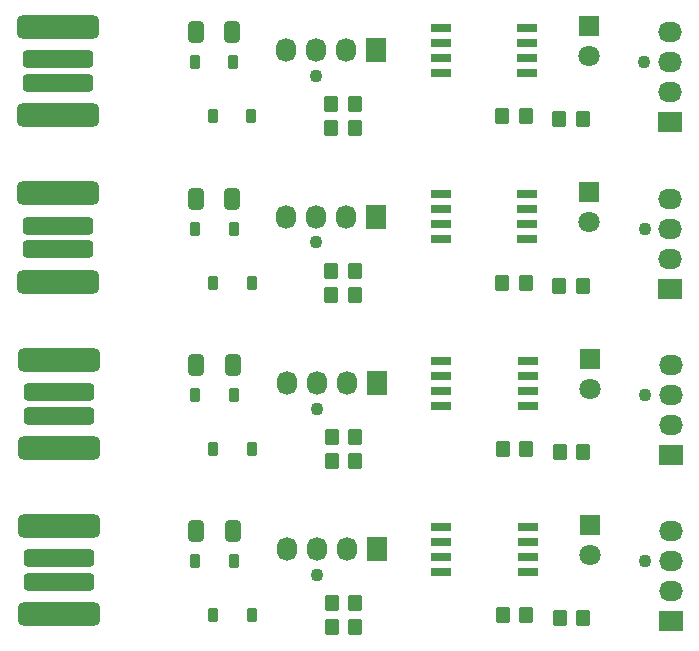
<source format=gbr>
%TF.GenerationSoftware,KiCad,Pcbnew,7.0.9*%
%TF.CreationDate,2023-12-25T23:00:35+05:45*%
%TF.ProjectId,Attiny85_USB_panel,41747469-6e79-4383-955f-5553425f7061,rev?*%
%TF.SameCoordinates,Original*%
%TF.FileFunction,Soldermask,Top*%
%TF.FilePolarity,Negative*%
%FSLAX46Y46*%
G04 Gerber Fmt 4.6, Leading zero omitted, Abs format (unit mm)*
G04 Created by KiCad (PCBNEW 7.0.9) date 2023-12-25 23:00:35*
%MOMM*%
%LPD*%
G01*
G04 APERTURE LIST*
G04 Aperture macros list*
%AMRoundRect*
0 Rectangle with rounded corners*
0 $1 Rounding radius*
0 $2 $3 $4 $5 $6 $7 $8 $9 X,Y pos of 4 corners*
0 Add a 4 corners polygon primitive as box body*
4,1,4,$2,$3,$4,$5,$6,$7,$8,$9,$2,$3,0*
0 Add four circle primitives for the rounded corners*
1,1,$1+$1,$2,$3*
1,1,$1+$1,$4,$5*
1,1,$1+$1,$6,$7*
1,1,$1+$1,$8,$9*
0 Add four rect primitives between the rounded corners*
20,1,$1+$1,$2,$3,$4,$5,0*
20,1,$1+$1,$4,$5,$6,$7,0*
20,1,$1+$1,$6,$7,$8,$9,0*
20,1,$1+$1,$8,$9,$2,$3,0*%
G04 Aperture macros list end*
%ADD10RoundRect,0.250000X0.350000X0.450000X-0.350000X0.450000X-0.350000X-0.450000X0.350000X-0.450000X0*%
%ADD11R,1.700000X0.650000*%
%ADD12C,1.100000*%
%ADD13R,1.730000X2.030000*%
%ADD14O,1.730000X2.030000*%
%ADD15RoundRect,0.225000X0.225000X0.375000X-0.225000X0.375000X-0.225000X-0.375000X0.225000X-0.375000X0*%
%ADD16RoundRect,0.250000X-0.350000X-0.450000X0.350000X-0.450000X0.350000X0.450000X-0.350000X0.450000X0*%
%ADD17R,2.030000X1.730000*%
%ADD18O,2.030000X1.730000*%
%ADD19RoundRect,0.250000X0.412500X0.650000X-0.412500X0.650000X-0.412500X-0.650000X0.412500X-0.650000X0*%
%ADD20R,1.800000X1.800000*%
%ADD21C,1.800000*%
%ADD22RoundRect,0.500000X-3.000000X-0.500000X3.000000X-0.500000X3.000000X0.500000X-3.000000X0.500000X0*%
%ADD23RoundRect,0.375000X-2.625000X-0.375000X2.625000X-0.375000X2.625000X0.375000X-2.625000X0.375000X0*%
G04 APERTURE END LIST*
D10*
%TO.C,R1*%
X100062600Y-65379600D03*
X98062600Y-65379600D03*
%TD*%
D11*
%TO.C,U3*%
X114648000Y-46609000D03*
X114648000Y-45339000D03*
X114648000Y-44069000D03*
X114648000Y-42799000D03*
X107348000Y-42799000D03*
X107348000Y-44069000D03*
X107348000Y-45339000D03*
X107348000Y-46609000D03*
%TD*%
D10*
%TO.C,R4*%
X100062600Y-63347600D03*
X98062600Y-63347600D03*
%TD*%
D12*
%TO.C,J1*%
X96774000Y-46864000D03*
D13*
X101854000Y-44704000D03*
D14*
X99314000Y-44704000D03*
X96774000Y-44704000D03*
X94234000Y-44704000D03*
%TD*%
D15*
%TO.C,D1*%
X89838800Y-87960200D03*
X86538800Y-87960200D03*
%TD*%
D10*
%TO.C,R3*%
X114588800Y-92532200D03*
X112588800Y-92532200D03*
%TD*%
D16*
%TO.C,R2*%
X117364000Y-50546000D03*
X119364000Y-50546000D03*
%TD*%
D15*
%TO.C,D1*%
X89836200Y-73888600D03*
X86536200Y-73888600D03*
%TD*%
D12*
%TO.C,J2*%
X124588600Y-59791600D03*
D17*
X126748600Y-64871600D03*
D18*
X126748600Y-62331600D03*
X126748600Y-59791600D03*
X126748600Y-57251600D03*
%TD*%
D10*
%TO.C,R3*%
X114586200Y-78460600D03*
X112586200Y-78460600D03*
%TD*%
D15*
%TO.C,D2*%
X91360200Y-78460600D03*
X88060200Y-78460600D03*
%TD*%
%TO.C,D2*%
X91362800Y-92532200D03*
X88062800Y-92532200D03*
%TD*%
D19*
%TO.C,C1*%
X89703100Y-57251600D03*
X86578100Y-57251600D03*
%TD*%
D20*
%TO.C,D3*%
X119888000Y-42667000D03*
D21*
X119888000Y-45207000D03*
%TD*%
D10*
%TO.C,R1*%
X100108200Y-79476600D03*
X98108200Y-79476600D03*
%TD*%
D19*
%TO.C,C1*%
X89751300Y-85420200D03*
X86626300Y-85420200D03*
%TD*%
D20*
%TO.C,D3*%
X119938800Y-84907200D03*
D21*
X119938800Y-87447200D03*
%TD*%
D12*
%TO.C,J1*%
X96822200Y-75032600D03*
D13*
X101902200Y-72872600D03*
D14*
X99362200Y-72872600D03*
X96822200Y-72872600D03*
X94282200Y-72872600D03*
%TD*%
D12*
%TO.C,J2*%
X124634200Y-73888600D03*
D17*
X126794200Y-78968600D03*
D18*
X126794200Y-76428600D03*
X126794200Y-73888600D03*
X126794200Y-71348600D03*
%TD*%
D12*
%TO.C,J2*%
X124586000Y-45720000D03*
D17*
X126746000Y-50800000D03*
D18*
X126746000Y-48260000D03*
X126746000Y-45720000D03*
X126746000Y-43180000D03*
%TD*%
D20*
%TO.C,D3*%
X119936200Y-70835600D03*
D21*
X119936200Y-73375600D03*
%TD*%
D19*
%TO.C,C1*%
X89748700Y-71348600D03*
X86623700Y-71348600D03*
%TD*%
D15*
%TO.C,D2*%
X91314600Y-64363600D03*
X88014600Y-64363600D03*
%TD*%
D19*
%TO.C,C1*%
X89700500Y-43180000D03*
X86575500Y-43180000D03*
%TD*%
D16*
%TO.C,R2*%
X117412200Y-78714600D03*
X119412200Y-78714600D03*
%TD*%
D10*
%TO.C,R4*%
X100108200Y-77444600D03*
X98108200Y-77444600D03*
%TD*%
D12*
%TO.C,J2*%
X124636800Y-87960200D03*
D17*
X126796800Y-93040200D03*
D18*
X126796800Y-90500200D03*
X126796800Y-87960200D03*
X126796800Y-85420200D03*
%TD*%
D22*
%TO.C,U2*%
X74978200Y-70884600D03*
D23*
X74978200Y-73634600D03*
X74978200Y-75634600D03*
D22*
X74978200Y-78384600D03*
%TD*%
D12*
%TO.C,J1*%
X96824800Y-89104200D03*
D13*
X101904800Y-86944200D03*
D14*
X99364800Y-86944200D03*
X96824800Y-86944200D03*
X94284800Y-86944200D03*
%TD*%
D10*
%TO.C,R4*%
X100110800Y-91516200D03*
X98110800Y-91516200D03*
%TD*%
D15*
%TO.C,D1*%
X89788000Y-45720000D03*
X86488000Y-45720000D03*
%TD*%
D10*
%TO.C,R1*%
X100110800Y-93548200D03*
X98110800Y-93548200D03*
%TD*%
%TO.C,R1*%
X100060000Y-51308000D03*
X98060000Y-51308000D03*
%TD*%
D15*
%TO.C,D2*%
X91312000Y-50292000D03*
X88012000Y-50292000D03*
%TD*%
D10*
%TO.C,R4*%
X100060000Y-49276000D03*
X98060000Y-49276000D03*
%TD*%
D22*
%TO.C,U2*%
X74932600Y-56787600D03*
D23*
X74932600Y-59537600D03*
X74932600Y-61537600D03*
D22*
X74932600Y-64287600D03*
%TD*%
%TO.C,U2*%
X74930000Y-42716000D03*
D23*
X74930000Y-45466000D03*
X74930000Y-47466000D03*
D22*
X74930000Y-50216000D03*
%TD*%
D10*
%TO.C,R3*%
X114540600Y-64363600D03*
X112540600Y-64363600D03*
%TD*%
D16*
%TO.C,R2*%
X117366600Y-64617600D03*
X119366600Y-64617600D03*
%TD*%
D11*
%TO.C,U3*%
X114650600Y-60680600D03*
X114650600Y-59410600D03*
X114650600Y-58140600D03*
X114650600Y-56870600D03*
X107350600Y-56870600D03*
X107350600Y-58140600D03*
X107350600Y-59410600D03*
X107350600Y-60680600D03*
%TD*%
D10*
%TO.C,R3*%
X114538000Y-50292000D03*
X112538000Y-50292000D03*
%TD*%
D15*
%TO.C,D1*%
X89790600Y-59791600D03*
X86490600Y-59791600D03*
%TD*%
D12*
%TO.C,J1*%
X96776600Y-60935600D03*
D13*
X101856600Y-58775600D03*
D14*
X99316600Y-58775600D03*
X96776600Y-58775600D03*
X94236600Y-58775600D03*
%TD*%
D20*
%TO.C,D3*%
X119890600Y-56738600D03*
D21*
X119890600Y-59278600D03*
%TD*%
D11*
%TO.C,U3*%
X114696200Y-74777600D03*
X114696200Y-73507600D03*
X114696200Y-72237600D03*
X114696200Y-70967600D03*
X107396200Y-70967600D03*
X107396200Y-72237600D03*
X107396200Y-73507600D03*
X107396200Y-74777600D03*
%TD*%
D16*
%TO.C,R2*%
X117414800Y-92786200D03*
X119414800Y-92786200D03*
%TD*%
D11*
%TO.C,U3*%
X114698800Y-88849200D03*
X114698800Y-87579200D03*
X114698800Y-86309200D03*
X114698800Y-85039200D03*
X107398800Y-85039200D03*
X107398800Y-86309200D03*
X107398800Y-87579200D03*
X107398800Y-88849200D03*
%TD*%
D22*
%TO.C,U2*%
X74980800Y-84956200D03*
D23*
X74980800Y-87706200D03*
X74980800Y-89706200D03*
D22*
X74980800Y-92456200D03*
%TD*%
M02*

</source>
